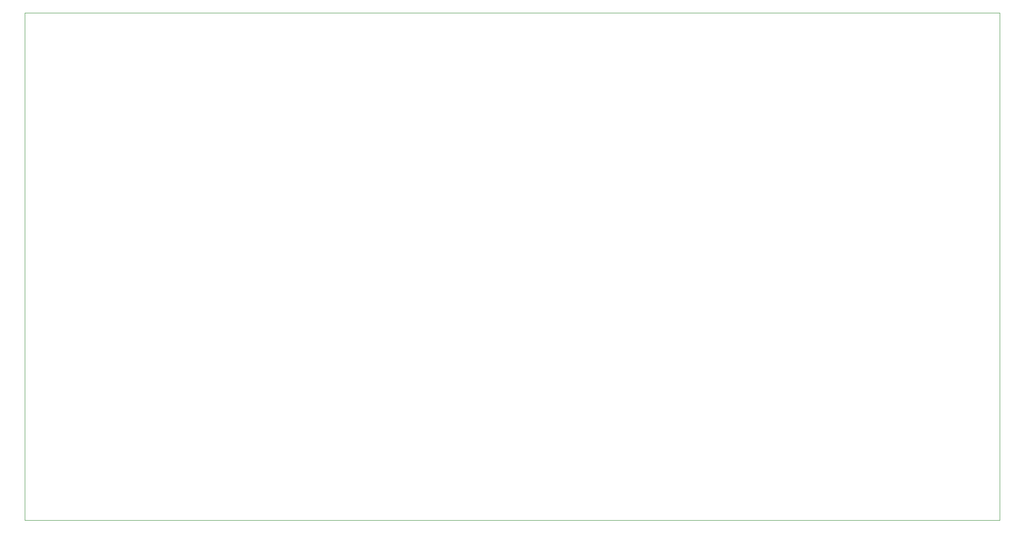
<source format=gbr>
%TF.GenerationSoftware,KiCad,Pcbnew,(6.0.4)*%
%TF.CreationDate,2024-02-20T18:27:15+01:00*%
%TF.ProjectId,OpenSpritzer2,4f70656e-5370-4726-9974-7a6572322e6b,rev?*%
%TF.SameCoordinates,Original*%
%TF.FileFunction,Profile,NP*%
%FSLAX46Y46*%
G04 Gerber Fmt 4.6, Leading zero omitted, Abs format (unit mm)*
G04 Created by KiCad (PCBNEW (6.0.4)) date 2024-02-20 18:27:15*
%MOMM*%
%LPD*%
G01*
G04 APERTURE LIST*
%TA.AperFunction,Profile*%
%ADD10C,0.100000*%
%TD*%
G04 APERTURE END LIST*
D10*
X0Y0D02*
X180000000Y0D01*
X180000000Y0D02*
X180000000Y-93800000D01*
X180000000Y-93800000D02*
X0Y-93800000D01*
X0Y-93800000D02*
X0Y0D01*
M02*

</source>
